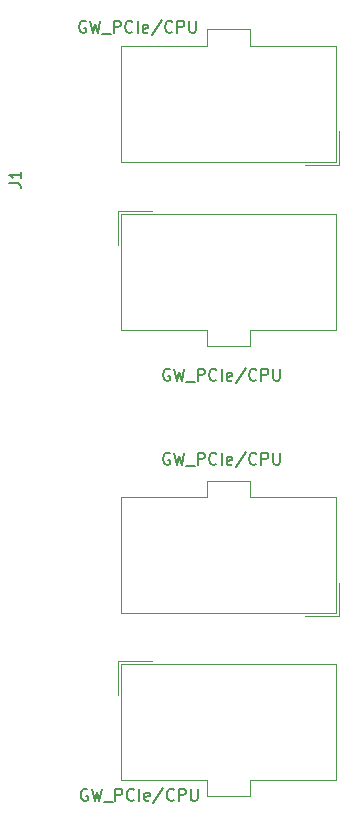
<source format=gto>
%TF.GenerationSoftware,KiCad,Pcbnew,(5.1.10)-1*%
%TF.CreationDate,2021-09-30T13:01:54+08:00*%
%TF.ProjectId,KCORES CSPS to ATX Converter,4b434f52-4553-4204-9353-505320746f20,1.0*%
%TF.SameCoordinates,Original*%
%TF.FileFunction,Legend,Top*%
%TF.FilePolarity,Positive*%
%FSLAX46Y46*%
G04 Gerber Fmt 4.6, Leading zero omitted, Abs format (unit mm)*
G04 Created by KiCad (PCBNEW (5.1.10)-1) date 2021-09-30 13:01:54*
%MOMM*%
%LPD*%
G01*
G04 APERTURE LIST*
%ADD10C,0.120000*%
%ADD11C,0.150000*%
G04 APERTURE END LIST*
D10*
%TO.C,J6*%
X127244000Y-128643000D02*
X127244000Y-125793000D01*
X124394000Y-128643000D02*
X127244000Y-128643000D01*
X116084000Y-117183000D02*
X117894000Y-117183000D01*
X116084000Y-118583000D02*
X116084000Y-117183000D01*
X108784000Y-118583000D02*
X116084000Y-118583000D01*
X108784000Y-128403000D02*
X108784000Y-118583000D01*
X117894000Y-128403000D02*
X108784000Y-128403000D01*
X119704000Y-117183000D02*
X117894000Y-117183000D01*
X119704000Y-118583000D02*
X119704000Y-117183000D01*
X127004000Y-118583000D02*
X119704000Y-118583000D01*
X127004000Y-128403000D02*
X127004000Y-118583000D01*
X117894000Y-128403000D02*
X127004000Y-128403000D01*
%TO.C,J5*%
X127244000Y-90416000D02*
X127244000Y-87566000D01*
X124394000Y-90416000D02*
X127244000Y-90416000D01*
X116084000Y-78956000D02*
X117894000Y-78956000D01*
X116084000Y-80356000D02*
X116084000Y-78956000D01*
X108784000Y-80356000D02*
X116084000Y-80356000D01*
X108784000Y-90176000D02*
X108784000Y-80356000D01*
X117894000Y-90176000D02*
X108784000Y-90176000D01*
X119704000Y-78956000D02*
X117894000Y-78956000D01*
X119704000Y-80356000D02*
X119704000Y-78956000D01*
X127004000Y-80356000D02*
X119704000Y-80356000D01*
X127004000Y-90176000D02*
X127004000Y-80356000D01*
X117894000Y-90176000D02*
X127004000Y-90176000D01*
%TO.C,J4*%
X108544000Y-132430000D02*
X108544000Y-135280000D01*
X111394000Y-132430000D02*
X108544000Y-132430000D01*
X119704000Y-143890000D02*
X117894000Y-143890000D01*
X119704000Y-142490000D02*
X119704000Y-143890000D01*
X127004000Y-142490000D02*
X119704000Y-142490000D01*
X127004000Y-132670000D02*
X127004000Y-142490000D01*
X117894000Y-132670000D02*
X127004000Y-132670000D01*
X116084000Y-143890000D02*
X117894000Y-143890000D01*
X116084000Y-142490000D02*
X116084000Y-143890000D01*
X108784000Y-142490000D02*
X116084000Y-142490000D01*
X108784000Y-132670000D02*
X108784000Y-142490000D01*
X117894000Y-132670000D02*
X108784000Y-132670000D01*
%TO.C,J3*%
X108571000Y-94330000D02*
X108571000Y-97180000D01*
X111421000Y-94330000D02*
X108571000Y-94330000D01*
X119731000Y-105790000D02*
X117921000Y-105790000D01*
X119731000Y-104390000D02*
X119731000Y-105790000D01*
X127031000Y-104390000D02*
X119731000Y-104390000D01*
X127031000Y-94570000D02*
X127031000Y-104390000D01*
X117921000Y-94570000D02*
X127031000Y-94570000D01*
X116111000Y-105790000D02*
X117921000Y-105790000D01*
X116111000Y-104390000D02*
X116111000Y-105790000D01*
X108811000Y-104390000D02*
X116111000Y-104390000D01*
X108811000Y-94570000D02*
X108811000Y-104390000D01*
X117921000Y-94570000D02*
X108811000Y-94570000D01*
%TO.C,J1*%
D11*
X99333380Y-91991333D02*
X100047666Y-91991333D01*
X100190523Y-92038952D01*
X100285761Y-92134190D01*
X100333380Y-92277047D01*
X100333380Y-92372285D01*
X100333380Y-90991333D02*
X100333380Y-91562761D01*
X100333380Y-91277047D02*
X99333380Y-91277047D01*
X99476238Y-91372285D01*
X99571476Y-91467523D01*
X99619095Y-91562761D01*
%TO.C,J6*%
X112931238Y-114860000D02*
X112836000Y-114812380D01*
X112693142Y-114812380D01*
X112550285Y-114860000D01*
X112455047Y-114955238D01*
X112407428Y-115050476D01*
X112359809Y-115240952D01*
X112359809Y-115383809D01*
X112407428Y-115574285D01*
X112455047Y-115669523D01*
X112550285Y-115764761D01*
X112693142Y-115812380D01*
X112788380Y-115812380D01*
X112931238Y-115764761D01*
X112978857Y-115717142D01*
X112978857Y-115383809D01*
X112788380Y-115383809D01*
X113312190Y-114812380D02*
X113550285Y-115812380D01*
X113740761Y-115098095D01*
X113931238Y-115812380D01*
X114169333Y-114812380D01*
X114312190Y-115907619D02*
X115074095Y-115907619D01*
X115312190Y-115812380D02*
X115312190Y-114812380D01*
X115693142Y-114812380D01*
X115788380Y-114860000D01*
X115836000Y-114907619D01*
X115883619Y-115002857D01*
X115883619Y-115145714D01*
X115836000Y-115240952D01*
X115788380Y-115288571D01*
X115693142Y-115336190D01*
X115312190Y-115336190D01*
X116883619Y-115717142D02*
X116836000Y-115764761D01*
X116693142Y-115812380D01*
X116597904Y-115812380D01*
X116455047Y-115764761D01*
X116359809Y-115669523D01*
X116312190Y-115574285D01*
X116264571Y-115383809D01*
X116264571Y-115240952D01*
X116312190Y-115050476D01*
X116359809Y-114955238D01*
X116455047Y-114860000D01*
X116597904Y-114812380D01*
X116693142Y-114812380D01*
X116836000Y-114860000D01*
X116883619Y-114907619D01*
X117312190Y-115812380D02*
X117312190Y-114812380D01*
X118169333Y-115764761D02*
X118074095Y-115812380D01*
X117883619Y-115812380D01*
X117788380Y-115764761D01*
X117740761Y-115669523D01*
X117740761Y-115288571D01*
X117788380Y-115193333D01*
X117883619Y-115145714D01*
X118074095Y-115145714D01*
X118169333Y-115193333D01*
X118216952Y-115288571D01*
X118216952Y-115383809D01*
X117740761Y-115479047D01*
X119359809Y-114764761D02*
X118502666Y-116050476D01*
X120264571Y-115717142D02*
X120216952Y-115764761D01*
X120074095Y-115812380D01*
X119978857Y-115812380D01*
X119836000Y-115764761D01*
X119740761Y-115669523D01*
X119693142Y-115574285D01*
X119645523Y-115383809D01*
X119645523Y-115240952D01*
X119693142Y-115050476D01*
X119740761Y-114955238D01*
X119836000Y-114860000D01*
X119978857Y-114812380D01*
X120074095Y-114812380D01*
X120216952Y-114860000D01*
X120264571Y-114907619D01*
X120693142Y-115812380D02*
X120693142Y-114812380D01*
X121074095Y-114812380D01*
X121169333Y-114860000D01*
X121216952Y-114907619D01*
X121264571Y-115002857D01*
X121264571Y-115145714D01*
X121216952Y-115240952D01*
X121169333Y-115288571D01*
X121074095Y-115336190D01*
X120693142Y-115336190D01*
X121693142Y-114812380D02*
X121693142Y-115621904D01*
X121740761Y-115717142D01*
X121788380Y-115764761D01*
X121883619Y-115812380D01*
X122074095Y-115812380D01*
X122169333Y-115764761D01*
X122216952Y-115717142D01*
X122264571Y-115621904D01*
X122264571Y-114812380D01*
%TO.C,J5*%
X105819238Y-78284000D02*
X105724000Y-78236380D01*
X105581142Y-78236380D01*
X105438285Y-78284000D01*
X105343047Y-78379238D01*
X105295428Y-78474476D01*
X105247809Y-78664952D01*
X105247809Y-78807809D01*
X105295428Y-78998285D01*
X105343047Y-79093523D01*
X105438285Y-79188761D01*
X105581142Y-79236380D01*
X105676380Y-79236380D01*
X105819238Y-79188761D01*
X105866857Y-79141142D01*
X105866857Y-78807809D01*
X105676380Y-78807809D01*
X106200190Y-78236380D02*
X106438285Y-79236380D01*
X106628761Y-78522095D01*
X106819238Y-79236380D01*
X107057333Y-78236380D01*
X107200190Y-79331619D02*
X107962095Y-79331619D01*
X108200190Y-79236380D02*
X108200190Y-78236380D01*
X108581142Y-78236380D01*
X108676380Y-78284000D01*
X108724000Y-78331619D01*
X108771619Y-78426857D01*
X108771619Y-78569714D01*
X108724000Y-78664952D01*
X108676380Y-78712571D01*
X108581142Y-78760190D01*
X108200190Y-78760190D01*
X109771619Y-79141142D02*
X109724000Y-79188761D01*
X109581142Y-79236380D01*
X109485904Y-79236380D01*
X109343047Y-79188761D01*
X109247809Y-79093523D01*
X109200190Y-78998285D01*
X109152571Y-78807809D01*
X109152571Y-78664952D01*
X109200190Y-78474476D01*
X109247809Y-78379238D01*
X109343047Y-78284000D01*
X109485904Y-78236380D01*
X109581142Y-78236380D01*
X109724000Y-78284000D01*
X109771619Y-78331619D01*
X110200190Y-79236380D02*
X110200190Y-78236380D01*
X111057333Y-79188761D02*
X110962095Y-79236380D01*
X110771619Y-79236380D01*
X110676380Y-79188761D01*
X110628761Y-79093523D01*
X110628761Y-78712571D01*
X110676380Y-78617333D01*
X110771619Y-78569714D01*
X110962095Y-78569714D01*
X111057333Y-78617333D01*
X111104952Y-78712571D01*
X111104952Y-78807809D01*
X110628761Y-78903047D01*
X112247809Y-78188761D02*
X111390666Y-79474476D01*
X113152571Y-79141142D02*
X113104952Y-79188761D01*
X112962095Y-79236380D01*
X112866857Y-79236380D01*
X112724000Y-79188761D01*
X112628761Y-79093523D01*
X112581142Y-78998285D01*
X112533523Y-78807809D01*
X112533523Y-78664952D01*
X112581142Y-78474476D01*
X112628761Y-78379238D01*
X112724000Y-78284000D01*
X112866857Y-78236380D01*
X112962095Y-78236380D01*
X113104952Y-78284000D01*
X113152571Y-78331619D01*
X113581142Y-79236380D02*
X113581142Y-78236380D01*
X113962095Y-78236380D01*
X114057333Y-78284000D01*
X114104952Y-78331619D01*
X114152571Y-78426857D01*
X114152571Y-78569714D01*
X114104952Y-78664952D01*
X114057333Y-78712571D01*
X113962095Y-78760190D01*
X113581142Y-78760190D01*
X114581142Y-78236380D02*
X114581142Y-79045904D01*
X114628761Y-79141142D01*
X114676380Y-79188761D01*
X114771619Y-79236380D01*
X114962095Y-79236380D01*
X115057333Y-79188761D01*
X115104952Y-79141142D01*
X115152571Y-79045904D01*
X115152571Y-78236380D01*
%TO.C,J4*%
X105946238Y-143308000D02*
X105851000Y-143260380D01*
X105708142Y-143260380D01*
X105565285Y-143308000D01*
X105470047Y-143403238D01*
X105422428Y-143498476D01*
X105374809Y-143688952D01*
X105374809Y-143831809D01*
X105422428Y-144022285D01*
X105470047Y-144117523D01*
X105565285Y-144212761D01*
X105708142Y-144260380D01*
X105803380Y-144260380D01*
X105946238Y-144212761D01*
X105993857Y-144165142D01*
X105993857Y-143831809D01*
X105803380Y-143831809D01*
X106327190Y-143260380D02*
X106565285Y-144260380D01*
X106755761Y-143546095D01*
X106946238Y-144260380D01*
X107184333Y-143260380D01*
X107327190Y-144355619D02*
X108089095Y-144355619D01*
X108327190Y-144260380D02*
X108327190Y-143260380D01*
X108708142Y-143260380D01*
X108803380Y-143308000D01*
X108851000Y-143355619D01*
X108898619Y-143450857D01*
X108898619Y-143593714D01*
X108851000Y-143688952D01*
X108803380Y-143736571D01*
X108708142Y-143784190D01*
X108327190Y-143784190D01*
X109898619Y-144165142D02*
X109851000Y-144212761D01*
X109708142Y-144260380D01*
X109612904Y-144260380D01*
X109470047Y-144212761D01*
X109374809Y-144117523D01*
X109327190Y-144022285D01*
X109279571Y-143831809D01*
X109279571Y-143688952D01*
X109327190Y-143498476D01*
X109374809Y-143403238D01*
X109470047Y-143308000D01*
X109612904Y-143260380D01*
X109708142Y-143260380D01*
X109851000Y-143308000D01*
X109898619Y-143355619D01*
X110327190Y-144260380D02*
X110327190Y-143260380D01*
X111184333Y-144212761D02*
X111089095Y-144260380D01*
X110898619Y-144260380D01*
X110803380Y-144212761D01*
X110755761Y-144117523D01*
X110755761Y-143736571D01*
X110803380Y-143641333D01*
X110898619Y-143593714D01*
X111089095Y-143593714D01*
X111184333Y-143641333D01*
X111231952Y-143736571D01*
X111231952Y-143831809D01*
X110755761Y-143927047D01*
X112374809Y-143212761D02*
X111517666Y-144498476D01*
X113279571Y-144165142D02*
X113231952Y-144212761D01*
X113089095Y-144260380D01*
X112993857Y-144260380D01*
X112851000Y-144212761D01*
X112755761Y-144117523D01*
X112708142Y-144022285D01*
X112660523Y-143831809D01*
X112660523Y-143688952D01*
X112708142Y-143498476D01*
X112755761Y-143403238D01*
X112851000Y-143308000D01*
X112993857Y-143260380D01*
X113089095Y-143260380D01*
X113231952Y-143308000D01*
X113279571Y-143355619D01*
X113708142Y-144260380D02*
X113708142Y-143260380D01*
X114089095Y-143260380D01*
X114184333Y-143308000D01*
X114231952Y-143355619D01*
X114279571Y-143450857D01*
X114279571Y-143593714D01*
X114231952Y-143688952D01*
X114184333Y-143736571D01*
X114089095Y-143784190D01*
X113708142Y-143784190D01*
X114708142Y-143260380D02*
X114708142Y-144069904D01*
X114755761Y-144165142D01*
X114803380Y-144212761D01*
X114898619Y-144260380D01*
X115089095Y-144260380D01*
X115184333Y-144212761D01*
X115231952Y-144165142D01*
X115279571Y-144069904D01*
X115279571Y-143260380D01*
%TO.C,J3*%
X112931238Y-107748000D02*
X112836000Y-107700380D01*
X112693142Y-107700380D01*
X112550285Y-107748000D01*
X112455047Y-107843238D01*
X112407428Y-107938476D01*
X112359809Y-108128952D01*
X112359809Y-108271809D01*
X112407428Y-108462285D01*
X112455047Y-108557523D01*
X112550285Y-108652761D01*
X112693142Y-108700380D01*
X112788380Y-108700380D01*
X112931238Y-108652761D01*
X112978857Y-108605142D01*
X112978857Y-108271809D01*
X112788380Y-108271809D01*
X113312190Y-107700380D02*
X113550285Y-108700380D01*
X113740761Y-107986095D01*
X113931238Y-108700380D01*
X114169333Y-107700380D01*
X114312190Y-108795619D02*
X115074095Y-108795619D01*
X115312190Y-108700380D02*
X115312190Y-107700380D01*
X115693142Y-107700380D01*
X115788380Y-107748000D01*
X115836000Y-107795619D01*
X115883619Y-107890857D01*
X115883619Y-108033714D01*
X115836000Y-108128952D01*
X115788380Y-108176571D01*
X115693142Y-108224190D01*
X115312190Y-108224190D01*
X116883619Y-108605142D02*
X116836000Y-108652761D01*
X116693142Y-108700380D01*
X116597904Y-108700380D01*
X116455047Y-108652761D01*
X116359809Y-108557523D01*
X116312190Y-108462285D01*
X116264571Y-108271809D01*
X116264571Y-108128952D01*
X116312190Y-107938476D01*
X116359809Y-107843238D01*
X116455047Y-107748000D01*
X116597904Y-107700380D01*
X116693142Y-107700380D01*
X116836000Y-107748000D01*
X116883619Y-107795619D01*
X117312190Y-108700380D02*
X117312190Y-107700380D01*
X118169333Y-108652761D02*
X118074095Y-108700380D01*
X117883619Y-108700380D01*
X117788380Y-108652761D01*
X117740761Y-108557523D01*
X117740761Y-108176571D01*
X117788380Y-108081333D01*
X117883619Y-108033714D01*
X118074095Y-108033714D01*
X118169333Y-108081333D01*
X118216952Y-108176571D01*
X118216952Y-108271809D01*
X117740761Y-108367047D01*
X119359809Y-107652761D02*
X118502666Y-108938476D01*
X120264571Y-108605142D02*
X120216952Y-108652761D01*
X120074095Y-108700380D01*
X119978857Y-108700380D01*
X119836000Y-108652761D01*
X119740761Y-108557523D01*
X119693142Y-108462285D01*
X119645523Y-108271809D01*
X119645523Y-108128952D01*
X119693142Y-107938476D01*
X119740761Y-107843238D01*
X119836000Y-107748000D01*
X119978857Y-107700380D01*
X120074095Y-107700380D01*
X120216952Y-107748000D01*
X120264571Y-107795619D01*
X120693142Y-108700380D02*
X120693142Y-107700380D01*
X121074095Y-107700380D01*
X121169333Y-107748000D01*
X121216952Y-107795619D01*
X121264571Y-107890857D01*
X121264571Y-108033714D01*
X121216952Y-108128952D01*
X121169333Y-108176571D01*
X121074095Y-108224190D01*
X120693142Y-108224190D01*
X121693142Y-107700380D02*
X121693142Y-108509904D01*
X121740761Y-108605142D01*
X121788380Y-108652761D01*
X121883619Y-108700380D01*
X122074095Y-108700380D01*
X122169333Y-108652761D01*
X122216952Y-108605142D01*
X122264571Y-108509904D01*
X122264571Y-107700380D01*
%TD*%
M02*

</source>
